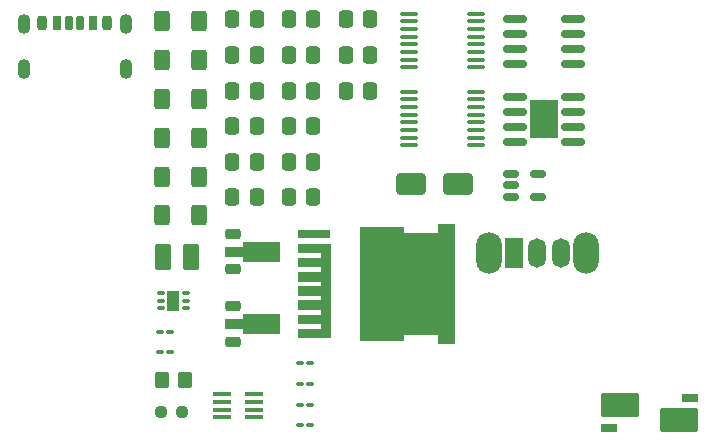
<source format=gbr>
%TF.GenerationSoftware,KiCad,Pcbnew,9.0.0*%
%TF.CreationDate,2025-03-27T10:14:56+02:00*%
%TF.ProjectId,,58585858-5858-4585-9858-585858585858,rev?*%
%TF.SameCoordinates,Original*%
%TF.FileFunction,Copper,L1,Top*%
%TF.FilePolarity,Positive*%
%FSLAX46Y46*%
G04 Gerber Fmt 4.6, Leading zero omitted, Abs format (unit mm)*
G04 Created by KiCad (PCBNEW 9.0.0) date 2025-03-27 10:14:56*
%MOMM*%
%LPD*%
G01*
G04 APERTURE LIST*
G04 Aperture macros list*
%AMRoundRect*
0 Rectangle with rounded corners*
0 $1 Rounding radius*
0 $2 $3 $4 $5 $6 $7 $8 $9 X,Y pos of 4 corners*
0 Add a 4 corners polygon primitive as box body*
4,1,4,$2,$3,$4,$5,$6,$7,$8,$9,$2,$3,0*
0 Add four circle primitives for the rounded corners*
1,1,$1+$1,$2,$3*
1,1,$1+$1,$4,$5*
1,1,$1+$1,$6,$7*
1,1,$1+$1,$8,$9*
0 Add four rect primitives between the rounded corners*
20,1,$1+$1,$2,$3,$4,$5,0*
20,1,$1+$1,$4,$5,$6,$7,0*
20,1,$1+$1,$6,$7,$8,$9,0*
20,1,$1+$1,$8,$9,$2,$3,0*%
%AMFreePoly0*
4,1,9,3.862500,-0.866500,0.737500,-0.866500,0.737500,-0.450000,-0.737500,-0.450000,-0.737500,0.450000,0.737500,0.450000,0.737500,0.866500,3.862500,0.866500,3.862500,-0.866500,3.862500,-0.866500,$1*%
%AMFreePoly1*
4,1,30,0.400000,-4.000000,-0.400000,-4.000000,-2.400000,-4.000000,-2.400000,-3.200000,-0.400000,-3.200000,-0.400000,-2.800000,-2.400000,-2.800000,-2.400000,-2.000000,-0.400000,-2.000000,-0.400000,-1.600000,-2.400000,-1.600000,-2.400000,-0.800000,-0.400000,-0.800000,-0.400000,-0.400000,-2.400000,-0.400000,-2.400000,0.400000,-0.400000,0.400000,-0.400000,0.800000,-2.400000,0.800000,-2.400000,1.600000,
-0.400000,1.600000,-0.400000,2.000000,-2.400000,2.000000,-2.400000,2.800000,-0.400000,2.800000,-0.400000,3.200000,-2.400000,3.200000,-2.400000,4.000000,0.400000,4.000000,0.400000,-4.000000,0.400000,-4.000000,$1*%
%AMFreePoly2*
4,1,13,2.850000,-5.050000,1.450000,-5.050000,1.450000,-4.350000,-1.450000,-4.350000,-1.450000,-4.850000,-5.150000,-4.850000,-5.150000,4.850000,-1.450000,4.850000,-1.450000,4.350000,1.450000,4.350000,1.450000,5.050000,2.850000,5.050000,2.850000,-5.050000,2.850000,-5.050000,$1*%
G04 Aperture macros list end*
%TA.AperFunction,SMDPad,CuDef*%
%ADD10RoundRect,0.100000X-0.680000X-0.100000X0.680000X-0.100000X0.680000X0.100000X-0.680000X0.100000X0*%
%TD*%
%TA.AperFunction,SMDPad,CuDef*%
%ADD11RoundRect,0.225000X-0.425000X-0.225000X0.425000X-0.225000X0.425000X0.225000X-0.425000X0.225000X0*%
%TD*%
%TA.AperFunction,SMDPad,CuDef*%
%ADD12FreePoly0,0.000000*%
%TD*%
%TA.AperFunction,SMDPad,CuDef*%
%ADD13RoundRect,0.150000X-0.825000X-0.150000X0.825000X-0.150000X0.825000X0.150000X-0.825000X0.150000X0*%
%TD*%
%TA.AperFunction,HeatsinkPad*%
%ADD14C,0.500000*%
%TD*%
%TA.AperFunction,HeatsinkPad*%
%ADD15R,2.410000X3.300000*%
%TD*%
%TA.AperFunction,SMDPad,CuDef*%
%ADD16RoundRect,0.075000X-0.247500X-0.075000X0.247500X-0.075000X0.247500X0.075000X-0.247500X0.075000X0*%
%TD*%
%TA.AperFunction,HeatsinkPad*%
%ADD17R,1.010000X1.700000*%
%TD*%
%TA.AperFunction,SMDPad,CuDef*%
%ADD18RoundRect,0.150000X-0.512500X-0.150000X0.512500X-0.150000X0.512500X0.150000X-0.512500X0.150000X0*%
%TD*%
%TA.AperFunction,SMDPad,CuDef*%
%ADD19RoundRect,0.100000X-0.637500X-0.100000X0.637500X-0.100000X0.637500X0.100000X-0.637500X0.100000X0*%
%TD*%
%TA.AperFunction,ComponentPad*%
%ADD20O,2.200000X3.500000*%
%TD*%
%TA.AperFunction,ComponentPad*%
%ADD21R,1.500000X2.500000*%
%TD*%
%TA.AperFunction,ComponentPad*%
%ADD22O,1.500000X2.500000*%
%TD*%
%TA.AperFunction,SMDPad,CuDef*%
%ADD23RoundRect,0.250000X-0.400000X-0.625000X0.400000X-0.625000X0.400000X0.625000X-0.400000X0.625000X0*%
%TD*%
%TA.AperFunction,SMDPad,CuDef*%
%ADD24RoundRect,0.243600X-1.406400X-0.771400X1.406400X-0.771400X1.406400X0.771400X-1.406400X0.771400X0*%
%TD*%
%TA.AperFunction,SMDPad,CuDef*%
%ADD25RoundRect,0.190000X-0.510000X-0.190000X0.510000X-0.190000X0.510000X0.190000X-0.510000X0.190000X0*%
%TD*%
%TA.AperFunction,SMDPad,CuDef*%
%ADD26RoundRect,0.100000X-0.217500X-0.100000X0.217500X-0.100000X0.217500X0.100000X-0.217500X0.100000X0*%
%TD*%
%TA.AperFunction,SMDPad,CuDef*%
%ADD27RoundRect,0.250000X-0.350000X-0.450000X0.350000X-0.450000X0.350000X0.450000X-0.350000X0.450000X0*%
%TD*%
%TA.AperFunction,SMDPad,CuDef*%
%ADD28RoundRect,0.237500X-0.250000X-0.237500X0.250000X-0.237500X0.250000X0.237500X-0.250000X0.237500X0*%
%TD*%
%TA.AperFunction,SMDPad,CuDef*%
%ADD29R,2.800000X0.800000*%
%TD*%
%TA.AperFunction,SMDPad,CuDef*%
%ADD30FreePoly1,0.000000*%
%TD*%
%TA.AperFunction,SMDPad,CuDef*%
%ADD31FreePoly2,0.000000*%
%TD*%
%TA.AperFunction,SMDPad,CuDef*%
%ADD32RoundRect,0.250001X-0.462499X-0.849999X0.462499X-0.849999X0.462499X0.849999X-0.462499X0.849999X0*%
%TD*%
%TA.AperFunction,SMDPad,CuDef*%
%ADD33RoundRect,0.175000X-0.175000X-0.425000X0.175000X-0.425000X0.175000X0.425000X-0.175000X0.425000X0*%
%TD*%
%TA.AperFunction,SMDPad,CuDef*%
%ADD34RoundRect,0.190000X0.190000X0.410000X-0.190000X0.410000X-0.190000X-0.410000X0.190000X-0.410000X0*%
%TD*%
%TA.AperFunction,SMDPad,CuDef*%
%ADD35RoundRect,0.200000X0.200000X0.400000X-0.200000X0.400000X-0.200000X-0.400000X0.200000X-0.400000X0*%
%TD*%
%TA.AperFunction,SMDPad,CuDef*%
%ADD36RoundRect,0.175000X0.175000X0.425000X-0.175000X0.425000X-0.175000X-0.425000X0.175000X-0.425000X0*%
%TD*%
%TA.AperFunction,SMDPad,CuDef*%
%ADD37RoundRect,0.190000X-0.190000X-0.410000X0.190000X-0.410000X0.190000X0.410000X-0.190000X0.410000X0*%
%TD*%
%TA.AperFunction,SMDPad,CuDef*%
%ADD38RoundRect,0.200000X-0.200000X-0.400000X0.200000X-0.400000X0.200000X0.400000X-0.200000X0.400000X0*%
%TD*%
%TA.AperFunction,HeatsinkPad*%
%ADD39O,1.100000X1.700000*%
%TD*%
%TA.AperFunction,SMDPad,CuDef*%
%ADD40RoundRect,0.250000X-1.000000X-0.650000X1.000000X-0.650000X1.000000X0.650000X-1.000000X0.650000X0*%
%TD*%
%TA.AperFunction,SMDPad,CuDef*%
%ADD41RoundRect,0.250000X-0.337500X-0.475000X0.337500X-0.475000X0.337500X0.475000X-0.337500X0.475000X0*%
%TD*%
G04 APERTURE END LIST*
D10*
%TO.P,U10,1,IN+*%
%TO.N,Net-(U10-IN+)*%
X143800000Y-104540000D03*
%TO.P,U10,2,IN-*%
%TO.N,Net-(U10-IN-)*%
X143800000Y-105190000D03*
%TO.P,U10,3,GND*%
%TO.N,GND*%
X143800000Y-105850000D03*
%TO.P,U10,4,VS*%
%TO.N,/3V3 Out*%
X143800000Y-106500000D03*
%TO.P,U10,5,SCL*%
%TO.N,/I2C1_SCL*%
X146500000Y-106500000D03*
%TO.P,U10,6,SDA*%
%TO.N,/I2C1_SDA*%
X146500000Y-105850000D03*
%TO.P,U10,7,A0*%
%TO.N,GND*%
X146500000Y-105190000D03*
%TO.P,U10,8,A1*%
%TO.N,/3V3 Out*%
X146500000Y-104540000D03*
%TD*%
D11*
%TO.P,U9,1,OUT*%
%TO.N,/5V*%
X144710000Y-97100000D03*
D12*
%TO.P,U9,2,GND*%
%TO.N,GND*%
X144797500Y-98600000D03*
D11*
%TO.P,U9,3,IN*%
%TO.N,/HV*%
X144710000Y-100100000D03*
%TD*%
D13*
%TO.P,U8,1,TEMP*%
%TO.N,GND*%
X168585000Y-79345000D03*
%TO.P,U8,2,PROG*%
%TO.N,Net-(U8-PROG)*%
X168585000Y-80615000D03*
%TO.P,U8,3,GND*%
%TO.N,GND*%
X168585000Y-81885000D03*
%TO.P,U8,4,V_{CC}*%
%TO.N,/5V*%
X168585000Y-83155000D03*
%TO.P,U8,5,BAT*%
%TO.N,/Vbat*%
X173535000Y-83155000D03*
%TO.P,U8,6,~{STDBY}*%
%TO.N,Net-(U8-~{STDBY})*%
X173535000Y-81885000D03*
%TO.P,U8,7,~{CHRG}*%
%TO.N,Net-(U8-~{CHRG})*%
X173535000Y-80615000D03*
%TO.P,U8,8,CE*%
%TO.N,/5V*%
X173535000Y-79345000D03*
D14*
%TO.P,U8,9,EPAD*%
%TO.N,GND*%
X170360000Y-80050000D03*
X170360000Y-81250000D03*
X170360000Y-82450000D03*
D15*
X171060000Y-81250000D03*
D14*
X171760000Y-80050000D03*
X171760000Y-81250000D03*
X171760000Y-82450000D03*
%TD*%
D16*
%TO.P,U6,1,CC1*%
%TO.N,Net-(J2-CC1)*%
X138667500Y-95965000D03*
%TO.P,U6,2,VBUS*%
%TO.N,/HV*%
X138667500Y-96615000D03*
%TO.P,U6,3,VSET*%
%TO.N,Net-(U6-VSET)*%
X138667500Y-97265000D03*
%TO.P,U6,4,D+*%
%TO.N,unconnected-(U6-D+-Pad4)*%
X140722500Y-97265000D03*
%TO.P,U6,5,D-*%
%TO.N,unconnected-(U6-D--Pad5)*%
X140722500Y-96615000D03*
%TO.P,U6,6,CC2*%
%TO.N,Net-(J2-CC2)*%
X140722500Y-95965000D03*
D17*
%TO.P,U6,7,GND*%
%TO.N,GND*%
X139695000Y-96615000D03*
%TD*%
D18*
%TO.P,U5,1,SW*%
%TO.N,Net-(D2-A)*%
X168272500Y-85925000D03*
%TO.P,U5,2,GND*%
%TO.N,GND*%
X168272500Y-86875000D03*
%TO.P,U5,3,NC*%
%TO.N,unconnected-(U5-NC-Pad3)*%
X168272500Y-87825000D03*
%TO.P,U5,4,VOUT*%
%TO.N,/5V Out*%
X170547500Y-87825000D03*
%TO.P,U5,5,NC*%
%TO.N,unconnected-(U5-NC-Pad5)*%
X170547500Y-85925000D03*
%TD*%
D11*
%TO.P,U4,1,OUT*%
%TO.N,/3V3 Out*%
X144710000Y-90975000D03*
D12*
%TO.P,U4,2,GND*%
%TO.N,GND*%
X144797500Y-92475000D03*
D11*
%TO.P,U4,3,IN*%
%TO.N,/Battery*%
X144710000Y-93975000D03*
%TD*%
D13*
%TO.P,U3,1,ENA*%
%TO.N,/CTRL_EXT_LOAD1*%
X168585000Y-72765000D03*
%TO.P,U3,2,FLGA*%
%TO.N,unconnected-(U3-FLGA-Pad2)*%
X168585000Y-74035000D03*
%TO.P,U3,3,FLGB*%
%TO.N,unconnected-(U3-FLGB-Pad3)*%
X168585000Y-75305000D03*
%TO.P,U3,4,ENB*%
%TO.N,/CTRL_EXT_LOAD2*%
X168585000Y-76575000D03*
%TO.P,U3,5,OUTB*%
%TO.N,/EXT_LOAD2_OUT*%
X173535000Y-76575000D03*
%TO.P,U3,6,GND*%
%TO.N,GND*%
X173535000Y-75305000D03*
%TO.P,U3,7,IN*%
%TO.N,/5V Out*%
X173535000Y-74035000D03*
%TO.P,U3,8,OUTA*%
%TO.N,/EXT_LOAD1_OUT*%
X173535000Y-72765000D03*
%TD*%
D19*
%TO.P,U2,1,~{SLEEP}*%
%TO.N,/3V3 Out*%
X159602500Y-78925000D03*
%TO.P,U2,2,AOUT1*%
%TO.N,/MOTOR3_A_OUT*%
X159602500Y-79575000D03*
%TO.P,U2,3,AISEN*%
%TO.N,Net-(U2-AISEN)*%
X159602500Y-80225000D03*
%TO.P,U2,4,AOUT2*%
%TO.N,/MOTOR3_B_OUT*%
X159602500Y-80875000D03*
%TO.P,U2,5,BOUT2*%
X159602500Y-81525000D03*
%TO.P,U2,6,BISEN*%
%TO.N,Net-(U2-BISEN)*%
X159602500Y-82175000D03*
%TO.P,U2,7,BOUT1*%
%TO.N,/MOTOR3_A_OUT*%
X159602500Y-82825000D03*
%TO.P,U2,8,~{FAULT}*%
%TO.N,unconnected-(U2-~{FAULT}-Pad8)*%
X159602500Y-83475000D03*
%TO.P,U2,9,BIN1*%
%TO.N,/MOTOR4_CTRL1*%
X165327500Y-83475000D03*
%TO.P,U2,10,BIN2*%
%TO.N,/MOTOR4_CTRL2*%
X165327500Y-82825000D03*
%TO.P,U2,11,VCP*%
%TO.N,Net-(U2-VCP)*%
X165327500Y-82175000D03*
%TO.P,U2,12,VM*%
%TO.N,/Battery*%
X165327500Y-81525000D03*
%TO.P,U2,13,GND*%
%TO.N,GND*%
X165327500Y-80875000D03*
%TO.P,U2,14,VINT*%
%TO.N,Net-(U2-VINT)*%
X165327500Y-80225000D03*
%TO.P,U2,15,AIN2*%
%TO.N,/MOTOR3_CTRL2*%
X165327500Y-79575000D03*
%TO.P,U2,16,AIN1*%
%TO.N,/MOTOR3_CTRL1*%
X165327500Y-78925000D03*
%TD*%
%TO.P,U1,1,~{SLEEP}*%
%TO.N,/3V3 Out*%
X159602500Y-72335000D03*
%TO.P,U1,2,AOUT1*%
%TO.N,/MOTOR1_A_OUT*%
X159602500Y-72985000D03*
%TO.P,U1,3,AISEN*%
%TO.N,Net-(U1-AISEN)*%
X159602500Y-73635000D03*
%TO.P,U1,4,AOUT2*%
%TO.N,/MOTOR1_B_OUT*%
X159602500Y-74285000D03*
%TO.P,U1,5,BOUT2*%
%TO.N,/Motor2_B_OUT*%
X159602500Y-74935000D03*
%TO.P,U1,6,BISEN*%
%TO.N,Net-(U1-BISEN)*%
X159602500Y-75585000D03*
%TO.P,U1,7,BOUT1*%
%TO.N,/Motor2_A_OUT*%
X159602500Y-76235000D03*
%TO.P,U1,8,~{FAULT}*%
%TO.N,unconnected-(U1-~{FAULT}-Pad8)*%
X159602500Y-76885000D03*
%TO.P,U1,9,BIN1*%
%TO.N,/MOTOR2_CTRL1*%
X165327500Y-76885000D03*
%TO.P,U1,10,BIN2*%
%TO.N,/MOTOR2_CTRL2*%
X165327500Y-76235000D03*
%TO.P,U1,11,VCP*%
%TO.N,Net-(U1-VCP)*%
X165327500Y-75585000D03*
%TO.P,U1,12,VM*%
%TO.N,/Battery*%
X165327500Y-74935000D03*
%TO.P,U1,13,GND*%
%TO.N,GND*%
X165327500Y-74285000D03*
%TO.P,U1,14,VINT*%
%TO.N,Net-(U1-VINT)*%
X165327500Y-73635000D03*
%TO.P,U1,15,AIN2*%
%TO.N,/MOTOR1_CTRL2*%
X165327500Y-72985000D03*
%TO.P,U1,16,AIN1*%
%TO.N,/MOTOR1_CTRL1*%
X165327500Y-72335000D03*
%TD*%
D20*
%TO.P,SW1,*%
%TO.N,*%
X166410000Y-92600000D03*
X174610000Y-92600000D03*
D21*
%TO.P,SW1,1,A*%
%TO.N,/Battery*%
X168510000Y-92600000D03*
D22*
%TO.P,SW1,2,B*%
%TO.N,Net-(SW1-B)*%
X170510000Y-92600000D03*
%TO.P,SW1,3,C*%
%TO.N,unconnected-(SW1-C-Pad3)*%
X172510000Y-92600000D03*
%TD*%
D23*
%TO.P,R16,1*%
%TO.N,/I2C1_SCL*%
X138760000Y-89410000D03*
%TO.P,R16,2*%
%TO.N,/3V3 Out*%
X141860000Y-89410000D03*
%TD*%
%TO.P,R15,1*%
%TO.N,/I2C1_SDA*%
X138760000Y-86120000D03*
%TO.P,R15,2*%
%TO.N,/3V3 Out*%
X141860000Y-86120000D03*
%TD*%
D24*
%TO.P,R14,1,1*%
%TO.N,/Vbat*%
X177500000Y-105500000D03*
D25*
%TO.P,R14,2,2*%
%TO.N,Net-(U10-IN+)*%
X176550000Y-107405000D03*
%TO.P,R14,3,3*%
%TO.N,Net-(U10-IN-)*%
X183410000Y-104865000D03*
D24*
%TO.P,R14,4,4*%
%TO.N,Net-(SW1-B)*%
X182460000Y-106770000D03*
%TD*%
D26*
%TO.P,R12,1*%
%TO.N,Net-(U8-PROG)*%
X150432500Y-107170000D03*
%TO.P,R12,2*%
%TO.N,GND*%
X151247500Y-107170000D03*
%TD*%
D27*
%TO.P,R11,1*%
%TO.N,Net-(D2-A)*%
X138710000Y-103360000D03*
%TO.P,R11,2*%
%TO.N,Net-(C13-Pad1)*%
X140710000Y-103360000D03*
%TD*%
D26*
%TO.P,R8,1*%
%TO.N,Net-(Q2-D)*%
X150432500Y-105420000D03*
%TO.P,R8,2*%
%TO.N,Net-(U8-PROG)*%
X151247500Y-105420000D03*
%TD*%
D28*
%TO.P,R7,1*%
%TO.N,GND*%
X138597500Y-106090000D03*
%TO.P,R7,2*%
%TO.N,Net-(U6-VSET)*%
X140422500Y-106090000D03*
%TD*%
D26*
%TO.P,R6,1*%
%TO.N,Net-(D3-K)*%
X150432500Y-103670000D03*
%TO.P,R6,2*%
%TO.N,Net-(U8-~{STDBY})*%
X151247500Y-103670000D03*
%TD*%
%TO.P,R5,1*%
%TO.N,Net-(D1-K)*%
X150432500Y-101920000D03*
%TO.P,R5,2*%
%TO.N,Net-(U8-~{CHRG})*%
X151247500Y-101920000D03*
%TD*%
D23*
%TO.P,R4,1*%
%TO.N,GND*%
X138760000Y-82830000D03*
%TO.P,R4,2*%
%TO.N,Net-(U2-BISEN)*%
X141860000Y-82830000D03*
%TD*%
%TO.P,R3,1*%
%TO.N,GND*%
X138760000Y-79540000D03*
%TO.P,R3,2*%
%TO.N,Net-(U2-AISEN)*%
X141860000Y-79540000D03*
%TD*%
%TO.P,R2,1*%
%TO.N,GND*%
X138760000Y-76250000D03*
%TO.P,R2,2*%
%TO.N,Net-(U1-BISEN)*%
X141860000Y-76250000D03*
%TD*%
%TO.P,R1,1*%
%TO.N,GND*%
X138760000Y-72960000D03*
%TO.P,R1,2*%
%TO.N,Net-(U1-AISEN)*%
X141860000Y-72960000D03*
%TD*%
D29*
%TO.P,Q2,1,D*%
%TO.N,Net-(Q2-D)*%
X151610000Y-91025000D03*
D30*
%TO.P,Q2,2,G*%
%TO.N,/FAST_CHARGE_CTRL*%
X152610000Y-95825000D03*
D31*
%TO.P,Q2,3,S*%
%TO.N,GND*%
X160660000Y-95225000D03*
%TD*%
D32*
%TO.P,L1,1,1*%
%TO.N,/Battery*%
X138817500Y-92930000D03*
%TO.P,L1,2,2*%
%TO.N,Net-(D2-A)*%
X141142500Y-92930000D03*
%TD*%
D33*
%TO.P,J2,A5,CC1*%
%TO.N,Net-(J2-CC1)*%
X130820000Y-73120000D03*
D34*
%TO.P,J2,A9,VBUS*%
%TO.N,/HV*%
X132840000Y-73120000D03*
D35*
%TO.P,J2,A12,GND*%
%TO.N,GND*%
X134070000Y-73120000D03*
D36*
%TO.P,J2,B5,CC2*%
%TO.N,Net-(J2-CC2)*%
X131820000Y-73120000D03*
D37*
%TO.P,J2,B9,VBUS*%
%TO.N,/HV*%
X129800000Y-73120000D03*
D38*
%TO.P,J2,B12,GND*%
%TO.N,GND*%
X128570000Y-73120000D03*
D39*
%TO.P,J2,S1,Shield*%
X127000000Y-73200000D03*
X127000000Y-77000000D03*
X135640000Y-73200000D03*
X135640000Y-77000000D03*
%TD*%
D26*
%TO.P,D3,1,K*%
%TO.N,Net-(D3-K)*%
X138562500Y-101010000D03*
%TO.P,D3,2,A*%
%TO.N,/5V*%
X139377500Y-101010000D03*
%TD*%
D40*
%TO.P,D2,1,K*%
%TO.N,/5V Out*%
X159785000Y-86770000D03*
%TO.P,D2,2,A*%
%TO.N,Net-(D2-A)*%
X163785000Y-86770000D03*
%TD*%
D26*
%TO.P,D1,1,K*%
%TO.N,Net-(D1-K)*%
X138562500Y-99260000D03*
%TO.P,D1,2,A*%
%TO.N,/5V*%
X139377500Y-99260000D03*
%TD*%
D41*
%TO.P,C16,1*%
%TO.N,/5V*%
X154272500Y-78840000D03*
%TO.P,C16,2*%
%TO.N,GND*%
X156347500Y-78840000D03*
%TD*%
%TO.P,C15,1*%
%TO.N,/HV*%
X154272500Y-75830000D03*
%TO.P,C15,2*%
%TO.N,GND*%
X156347500Y-75830000D03*
%TD*%
%TO.P,C13,1*%
%TO.N,Net-(C13-Pad1)*%
X154272500Y-72820000D03*
%TO.P,C13,2*%
%TO.N,/5V Out*%
X156347500Y-72820000D03*
%TD*%
%TO.P,C12,1*%
%TO.N,GND*%
X149462500Y-87870000D03*
%TO.P,C12,2*%
%TO.N,/HV*%
X151537500Y-87870000D03*
%TD*%
%TO.P,C11,1*%
%TO.N,/5V Out*%
X149462500Y-84860000D03*
%TO.P,C11,2*%
%TO.N,GND*%
X151537500Y-84860000D03*
%TD*%
%TO.P,C10,1*%
%TO.N,/Battery*%
X149462500Y-81850000D03*
%TO.P,C10,2*%
%TO.N,GND*%
X151537500Y-81850000D03*
%TD*%
%TO.P,C9,1*%
%TO.N,/3V3 Out*%
X149462500Y-78840000D03*
%TO.P,C9,2*%
%TO.N,GND*%
X151537500Y-78840000D03*
%TD*%
%TO.P,C8,1*%
%TO.N,/Vbat*%
X149462500Y-75830000D03*
%TO.P,C8,2*%
%TO.N,GND*%
X151537500Y-75830000D03*
%TD*%
%TO.P,C7,1*%
%TO.N,/5V*%
X149462500Y-72820000D03*
%TO.P,C7,2*%
%TO.N,GND*%
X151537500Y-72820000D03*
%TD*%
%TO.P,C6,1*%
%TO.N,GND*%
X144652500Y-87870000D03*
%TO.P,C6,2*%
%TO.N,Net-(U2-VINT)*%
X146727500Y-87870000D03*
%TD*%
%TO.P,C5,1*%
%TO.N,/Battery*%
X144652500Y-84860000D03*
%TO.P,C5,2*%
%TO.N,GND*%
X146727500Y-84860000D03*
%TD*%
%TO.P,C4,1*%
%TO.N,/Battery*%
X144652500Y-81850000D03*
%TO.P,C4,2*%
%TO.N,Net-(U2-VCP)*%
X146727500Y-81850000D03*
%TD*%
%TO.P,C3,1*%
%TO.N,/Battery*%
X144652500Y-78840000D03*
%TO.P,C3,2*%
%TO.N,Net-(U1-VCP)*%
X146727500Y-78840000D03*
%TD*%
%TO.P,C2,1*%
%TO.N,GND*%
X144652500Y-75830000D03*
%TO.P,C2,2*%
%TO.N,Net-(U1-VINT)*%
X146727500Y-75830000D03*
%TD*%
%TO.P,C1,1*%
%TO.N,/Battery*%
X144652500Y-72820000D03*
%TO.P,C1,2*%
%TO.N,GND*%
X146727500Y-72820000D03*
%TD*%
M02*

</source>
